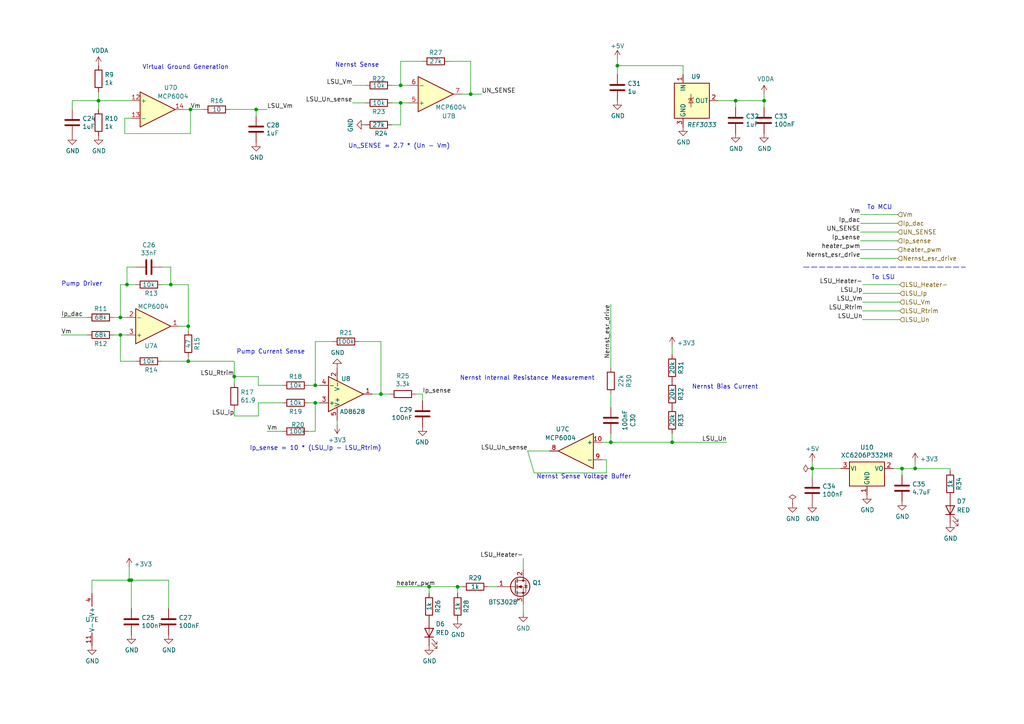
<source format=kicad_sch>
(kicad_sch (version 20211123) (generator eeschema)
  (paper "A4")
  (lib_symbols
    (symbol "Amplifier_Operational:AD8603" (pin_names (offset 0.127))
      (property "Reference" "U" (at 0 5.08 0))
      (property "Value" "AD8603" (at 0 -5.08 0))
      (symbol "AD8603_0_1"
        (polyline (pts (xy -5.08 5.08) (xy 5.08 0) (xy -5.08 -5.08) (xy -5.08 5.08)) (stroke (width 0.254)) (fill (type background)))
        (pin power_in line (at -2.54 -7.62 90) (length 3.81) (name "V-") (number "2"))
        (pin power_in line (at -2.54 7.62 270) (length 3.81) (name "V+") (number "5"))
      )
      (symbol "AD8603_1_1"
        (pin output line (at 7.62 0 180) (length 2.54) (name "~") (number "1"))
        (pin input line (at -7.62 2.54 0) (length 2.54) (name "+") (number "3"))
        (pin input line (at -7.62 -2.54 0) (length 2.54) (name "-") (number "4"))
      )
    )
    (symbol "Amplifier_Operational:MCP6004" (pin_names (offset 0.127))
      (property "Reference" "U" (at 0 5.08 0))
      (property "Value" "MCP6004" (at 0 -5.08 0))
      (symbol "MCP6004_1_1"
        (polyline (pts (xy -5.08 5.08) (xy 5.08 0) (xy -5.08 -5.08) (xy -5.08 5.08)) (stroke (width 0.254)) (fill (type background)))
        (pin output line (at 7.62 0 180) (length 2.54) (name "~") (number "1"))
        (pin input line (at -7.62 -2.54 0) (length 2.54) (name "-") (number "2"))
        (pin input line (at -7.62 2.54 0) (length 2.54) (name "+") (number "3"))
      )
      (symbol "MCP6004_2_1"
        (polyline (pts (xy -5.08 5.08) (xy 5.08 0) (xy -5.08 -5.08) (xy -5.08 5.08)) (stroke (width 0.254)) (fill (type background)))
        (pin input line (at -7.62 2.54 0) (length 2.54) (name "+") (number "5"))
        (pin input line (at -7.62 -2.54 0) (length 2.54) (name "-") (number "6"))
        (pin output line (at 7.62 0 180) (length 2.54) (name "~") (number "7"))
      )
      (symbol "MCP6004_3_1"
        (polyline (pts (xy -5.08 5.08) (xy 5.08 0) (xy -5.08 -5.08) (xy -5.08 5.08)) (stroke (width 0.254)) (fill (type background)))
        (pin input line (at -7.62 2.54 0) (length 2.54) (name "+") (number "10"))
        (pin output line (at 7.62 0 180) (length 2.54) (name "~") (number "8"))
        (pin input line (at -7.62 -2.54 0) (length 2.54) (name "-") (number "9"))
      )
      (symbol "MCP6004_4_1"
        (polyline (pts (xy -5.08 5.08) (xy 5.08 0) (xy -5.08 -5.08) (xy -5.08 5.08)) (stroke (width 0.254)) (fill (type background)))
        (pin input line (at -7.62 2.54 0) (length 2.54) (name "+") (number "12"))
        (pin input line (at -7.62 -2.54 0) (length 2.54) (name "-") (number "13"))
        (pin output line (at 7.62 0 180) (length 2.54) (name "~") (number "14"))
      )
      (symbol "MCP6004_5_1"
        (pin power_in line (at -2.54 -7.62 90) (length 3.81) (name "V-") (number "11"))
        (pin power_in line (at -2.54 7.62 270) (length 3.81) (name "V+") (number "4"))
      )
    )
    (symbol "Device:C" (pin_numbers hide) (pin_names (offset 0.254))
      (property "Reference" "C" (at 0.635 2.54 0))
      (property "Value" "C" (at 0.635 -2.54 0))
      (symbol "C_0_1"
        (polyline (pts (xy -2.032 -0.762) (xy 2.032 -0.762)) (stroke (width 0.508)))
        (polyline (pts (xy -2.032 0.762) (xy 2.032 0.762)) (stroke (width 0.508)))
      )
      (symbol "C_1_1"
        (pin passive line (at 0 3.81 270) (length 2.794) (name "~") (number "1"))
        (pin passive line (at 0 -3.81 90) (length 2.794) (name "~") (number "2"))
      )
    )
    (symbol "Device:LED" (pin_numbers hide) (pin_names (offset 1.016) hide)
      (property "Reference" "D" (at 0 2.54 0))
      (property "Value" "LED" (at 0 -2.54 0))
      (symbol "LED_0_1"
        (polyline (pts (xy -1.27 -1.27) (xy -1.27 1.27)) (stroke (width 0.254)))
        (polyline (pts (xy -1.27 0) (xy 1.27 0)))
        (polyline (pts (xy 1.27 -1.27) (xy 1.27 1.27) (xy -1.27 0) (xy 1.27 -1.27)) (stroke (width 0.254)))
        (polyline (pts (xy -3.048 -0.762) (xy -4.572 -2.286) (xy -3.81 -2.286) (xy -4.572 -2.286) (xy -4.572 -1.524)))
        (polyline (pts (xy -1.778 -0.762) (xy -3.302 -2.286) (xy -2.54 -2.286) (xy -3.302 -2.286) (xy -3.302 -1.524)))
      )
      (symbol "LED_1_1"
        (pin passive line (at -3.81 0 0) (length 2.54) (name "K") (number "1"))
        (pin passive line (at 3.81 0 180) (length 2.54) (name "A") (number "2"))
      )
    )
    (symbol "Device:Q_NMOS_GDS" (pin_names (offset 0) hide)
      (property "Reference" "Q" (at 5.08 1.27 0))
      (property "Value" "Q_NMOS_GDS" (at 5.08 -1.27 0))
      (symbol "Q_NMOS_GDS_0_1"
        (polyline (pts (xy 0.254 0) (xy -2.54 0)))
        (polyline (pts (xy 0.254 1.905) (xy 0.254 -1.905)) (stroke (width 0.254)))
        (polyline (pts (xy 0.762 -1.27) (xy 0.762 -2.286)) (stroke (width 0.254)))
        (polyline (pts (xy 0.762 0.508) (xy 0.762 -0.508)) (stroke (width 0.254)))
        (polyline (pts (xy 0.762 2.286) (xy 0.762 1.27)) (stroke (width 0.254)))
        (polyline (pts (xy 2.54 2.54) (xy 2.54 1.778)))
        (polyline (pts (xy 2.54 -2.54) (xy 2.54 0) (xy 0.762 0)))
        (polyline (pts (xy 0.762 -1.778) (xy 3.302 -1.778) (xy 3.302 1.778) (xy 0.762 1.778)))
        (polyline (pts (xy 1.016 0) (xy 2.032 0.381) (xy 2.032 -0.381) (xy 1.016 0)) (fill (type outline)))
        (polyline (pts (xy 2.794 0.508) (xy 2.921 0.381) (xy 3.683 0.381) (xy 3.81 0.254)))
        (polyline (pts (xy 3.302 0.381) (xy 2.921 -0.254) (xy 3.683 -0.254) (xy 3.302 0.381)))
        (circle (center 1.651 0) (radius 2.794) (stroke (width 0.254)))
        (circle (center 2.54 -1.778) (radius 0.254) (fill (type outline)))
        (circle (center 2.54 1.778) (radius 0.254) (fill (type outline)))
      )
      (symbol "Q_NMOS_GDS_1_1"
        (pin input line (at -5.08 0 0) (length 2.54) (name "G") (number "1"))
        (pin passive line (at 2.54 5.08 270) (length 2.54) (name "D") (number "2"))
        (pin passive line (at 2.54 -5.08 90) (length 2.54) (name "S") (number "3"))
      )
    )
    (symbol "Device:R" (pin_numbers hide) (pin_names (offset 0))
      (property "Reference" "R" (at 2.032 0 90))
      (property "Value" "R" (at 0 0 90))
      (symbol "R_0_1"
        (rectangle (start -1.016 -2.54) (end 1.016 2.54) (stroke (width 0.254)))
      )
      (symbol "R_1_1"
        (pin passive line (at 0 3.81 270) (length 1.27) (name "~") (number "1"))
        (pin passive line (at 0 -3.81 90) (length 1.27) (name "~") (number "2"))
      )
    )
    (symbol "Reference_Voltage:REF3033" (pin_names (offset 0.254))
      (property "Reference" "U" (at 0 6.35 0))
      (property "Value" "REF3033" (at 2.54 -6.35 0))
      (symbol "REF3033_0_1"
        (rectangle (start -5.08 5.08) (end 5.08 -5.08) (stroke (width 0.254)) (fill (type background)))
        (polyline (pts (xy -0.254 1.905) (xy -0.254 -1.905)))
        (polyline (pts (xy -0.889 -0.635) (xy 0.381 -0.635) (xy -0.254 0.635) (xy -0.889 -0.635)))
        (polyline (pts (xy 0.381 1.016) (xy 0.381 0.635) (xy -0.889 0.635) (xy -0.889 0.254)))
      )
      (symbol "REF3033_1_1"
        (pin power_in line (at -2.54 7.62 270) (length 2.54) (name "IN") (number "1"))
        (pin power_out line (at 7.62 0 180) (length 2.54) (name "OUT") (number "2"))
        (pin power_in line (at -2.54 -7.62 90) (length 2.54) (name "GND") (number "3"))
      )
    )
    (symbol "Regulator_Linear:XC6206PxxxMR" (pin_names (offset 0.254))
      (property "Reference" "U" (at -3.81 3.175 0))
      (property "Value" "XC6206PxxxMR" (at 0 3.175 0))
      (symbol "XC6206PxxxMR_0_1"
        (rectangle (start -5.08 1.905) (end 5.08 -5.08) (stroke (width 0.254)) (fill (type background)))
      )
      (symbol "XC6206PxxxMR_1_1"
        (pin power_in line (at 0 -7.62 90) (length 2.54) (name "GND") (number "1"))
        (pin power_out line (at 7.62 0 180) (length 2.54) (name "VO") (number "2"))
        (pin power_in line (at -7.62 0 0) (length 2.54) (name "VI") (number "3"))
      )
    )
    (symbol "power:+3V3" (power) (pin_names (offset 0))
      (property "Value" "+3V3" (at 0 3.556 0))
      (symbol "+3V3_0_1"
        (polyline (pts (xy -0.762 1.27) (xy 0 2.54)))
        (polyline (pts (xy 0 0) (xy 0 2.54)))
        (polyline (pts (xy 0 2.54) (xy 0.762 1.27)))
      )
      (symbol "+3V3_1_1"
        (pin power_in line (at 0 0 90) (length 0) hide (name "+3V3") (number "1"))
      )
    )
    (symbol "power:+5V" (power) (pin_names (offset 0))
      (property "Value" "+5V" (at 0 3.556 0))
      (symbol "+5V_0_1"
        (polyline (pts (xy -0.762 1.27) (xy 0 2.54)))
        (polyline (pts (xy 0 0) (xy 0 2.54)))
        (polyline (pts (xy 0 2.54) (xy 0.762 1.27)))
      )
      (symbol "+5V_1_1"
        (pin power_in line (at 0 0 90) (length 0) hide (name "+5V") (number "1"))
      )
    )
    (symbol "power:GND" (power) (pin_names (offset 0))
      (property "Value" "GND" (at 0 -3.81 0))
      (symbol "GND_0_1"
        (polyline (pts (xy 0 0) (xy 0 -1.27) (xy 1.27 -1.27) (xy 0 -2.54) (xy -1.27 -1.27) (xy 0 -1.27)))
      )
      (symbol "GND_1_1"
        (pin power_in line (at 0 0 270) (length 0) hide (name "GND") (number "1"))
      )
    )
    (symbol "power:PWR_FLAG" (power) (pin_numbers hide) (pin_names (offset 0) hide)
      (property "Value" "PWR_FLAG" (at 0 3.81 0))
      (symbol "PWR_FLAG_0_0"
        (pin power_out line (at 0 0 90) (length 0) (name "pwr") (number "1"))
      )
      (symbol "PWR_FLAG_0_1"
        (polyline (pts (xy 0 0) (xy 0 1.27) (xy -1.016 1.905) (xy 0 2.54) (xy 1.016 1.905) (xy 0 1.27)))
      )
    )
    (symbol "power:VDDA" (power) (pin_names (offset 0))
      (property "Value" "VDDA" (at 0 3.81 0))
      (symbol "VDDA_0_1"
        (polyline (pts (xy -0.762 1.27) (xy 0 2.54)))
        (polyline (pts (xy 0 0) (xy 0 2.54)))
        (polyline (pts (xy 0 2.54) (xy 0.762 1.27)))
      )
      (symbol "VDDA_1_1"
        (pin power_in line (at 0 0 90) (length 0) hide (name "VDDA") (number "1"))
      )
    )
  )
  (junction (at 54.61 104.775))
  (junction (at 36.83 82.55))
  (junction (at 110.49 114.3))
  (junction (at 265.43 135.89))
  (junction (at 74.295 31.75))
  (junction (at 91.44 116.84))
  (junction (at 116.205 29.845))
  (junction (at 54.61 94.615))
  (junction (at 49.53 82.55))
  (junction (at 124.46 170.18))
  (junction (at 136.525 27.305))
  (junction (at 235.585 135.89))
  (junction (at 67.945 109.22))
  (junction (at 116.205 24.765))
  (junction (at 28.575 29.21))
  (junction (at 194.945 128.27))
  (junction (at 34.925 97.155))
  (junction (at 177.165 128.27))
  (junction (at 38.1 168.275))
  (junction (at 91.44 111.76))
  (junction (at 221.615 29.21))
  (junction (at 34.925 92.075))
  (junction (at 213.36 29.21))
  (junction (at 55.245 31.75))
  (junction (at 179.07 19.05))
  (junction (at 37.465 168.275))
  (junction (at 132.715 170.18))
  (junction (at 261.62 135.89))
  (wire (pts (xy 116.205 24.765) (xy 116.205 17.78)))
  (wire (pts (xy 275.59 135.89) (xy 275.59 136.525)))
  (wire (pts (xy 91.44 99.06) (xy 91.44 111.76)))
  (wire (pts (xy 37.465 168.275) (xy 26.67 168.275)))
  (wire (pts (xy 235.585 133.985) (xy 235.585 135.89)))
  (wire (pts (xy 198.12 19.05) (xy 179.07 19.05)))
  (wire (pts (xy 48.895 168.275) (xy 38.1 168.275)))
  (wire (pts (xy 33.02 92.075) (xy 34.925 92.075)))
  (wire (pts (xy 177.165 88.265) (xy 177.165 106.68)))
  (wire (pts (xy 144.145 170.18) (xy 141.605 170.18)))
  (wire (pts (xy 177.165 128.27) (xy 194.945 128.27)))
  (wire (pts (xy 38.1 34.29) (xy 36.195 34.29)))
  (wire (pts (xy 151.765 175.26) (xy 151.765 177.8)))
  (wire (pts (xy 235.585 135.89) (xy 235.585 138.43)))
  (wire (pts (xy 249.555 62.23) (xy 260.35 62.23)))
  (wire (pts (xy 39.37 104.775) (xy 34.925 104.775)))
  (wire (pts (xy 250.19 92.71) (xy 260.985 92.71)))
  (wire (pts (xy 96.52 99.06) (xy 91.44 99.06)))
  (wire (pts (xy 28.575 29.21) (xy 28.575 31.75)))
  (wire (pts (xy 54.61 82.55) (xy 54.61 94.615)))
  (wire (pts (xy 133.985 170.18) (xy 132.715 170.18)))
  (wire (pts (xy 91.44 111.76) (xy 92.71 111.76)))
  (wire (pts (xy 49.53 77.47) (xy 49.53 82.55)))
  (wire (pts (xy 250.19 87.63) (xy 260.985 87.63)))
  (wire (pts (xy 261.62 137.795) (xy 261.62 135.89)))
  (wire (pts (xy 175.895 133.35) (xy 174.625 133.35)))
  (wire (pts (xy 89.535 125.095) (xy 91.44 125.095)))
  (wire (pts (xy 46.99 82.55) (xy 49.53 82.55)))
  (wire (pts (xy 260.35 72.39) (xy 249.555 72.39)))
  (wire (pts (xy 243.84 135.89) (xy 235.585 135.89)))
  (wire (pts (xy 139.7 27.305) (xy 136.525 27.305)))
  (wire (pts (xy 249.555 74.93) (xy 260.35 74.93)))
  (wire (pts (xy 34.925 82.55) (xy 36.83 82.55)))
  (wire (pts (xy 74.93 111.76) (xy 81.915 111.76)))
  (wire (pts (xy 67.945 104.775) (xy 67.945 109.22)))
  (wire (pts (xy 34.925 82.55) (xy 34.925 92.075)))
  (wire (pts (xy 20.955 31.75) (xy 20.955 29.21)))
  (wire (pts (xy 110.49 114.3) (xy 107.95 114.3)))
  (wire (pts (xy 113.665 29.845) (xy 116.205 29.845)))
  (wire (pts (xy 20.955 29.21) (xy 28.575 29.21)))
  (wire (pts (xy 221.615 29.21) (xy 221.615 31.115)))
  (wire (pts (xy 54.61 95.885) (xy 54.61 94.615)))
  (wire (pts (xy 118.745 24.765) (xy 116.205 24.765)))
  (wire (pts (xy 28.575 26.67) (xy 28.575 29.21)))
  (wire (pts (xy 260.35 67.31) (xy 249.555 67.31)))
  (wire (pts (xy 54.61 94.615) (xy 52.07 94.615)))
  (wire (pts (xy 91.44 116.84) (xy 92.71 116.84)))
  (wire (pts (xy 77.47 125.095) (xy 81.915 125.095)))
  (wire (pts (xy 260.985 85.09) (xy 250.19 85.09)))
  (wire (pts (xy 67.945 109.22) (xy 74.93 109.22)))
  (wire (pts (xy 17.78 92.075) (xy 25.4 92.075)))
  (wire (pts (xy 250.19 82.55) (xy 260.985 82.55)))
  (wire (pts (xy 130.175 17.78) (xy 136.525 17.78)))
  (wire (pts (xy 102.235 29.845) (xy 106.045 29.845)))
  (wire (pts (xy 194.945 128.27) (xy 210.82 128.27)))
  (wire (pts (xy 89.535 116.84) (xy 91.44 116.84)))
  (wire (pts (xy 17.78 97.155) (xy 25.4 97.155)))
  (wire (pts (xy 33.02 97.155) (xy 34.925 97.155)))
  (polyline (pts (xy 233.045 77.47) (xy 280.035 77.47)))
  (wire (pts (xy 174.625 128.27) (xy 177.165 128.27)))
  (wire (pts (xy 151.765 165.1) (xy 151.765 161.925)))
  (wire (pts (xy 74.295 31.75) (xy 66.675 31.75)))
  (wire (pts (xy 122.555 116.205) (xy 122.555 114.3)))
  (wire (pts (xy 153.035 130.81) (xy 159.385 130.81)))
  (wire (pts (xy 36.195 38.735) (xy 55.245 38.735)))
  (wire (pts (xy 36.195 34.29) (xy 36.195 38.735)))
  (wire (pts (xy 177.165 118.11) (xy 177.165 114.3)))
  (wire (pts (xy 110.49 114.3) (xy 113.03 114.3)))
  (wire (pts (xy 179.07 21.59) (xy 179.07 19.05)))
  (wire (pts (xy 221.615 27.305) (xy 221.615 29.21)))
  (wire (pts (xy 39.37 77.47) (xy 36.83 77.47)))
  (wire (pts (xy 110.49 99.06) (xy 110.49 114.3)))
  (wire (pts (xy 38.1 168.275) (xy 37.465 168.275)))
  (wire (pts (xy 91.44 116.84) (xy 91.44 125.095)))
  (wire (pts (xy 67.945 118.745) (xy 67.945 120.65)))
  (wire (pts (xy 265.43 135.89) (xy 275.59 135.89)))
  (wire (pts (xy 116.205 17.78) (xy 122.555 17.78)))
  (wire (pts (xy 249.555 64.77) (xy 260.35 64.77)))
  (wire (pts (xy 136.525 27.305) (xy 133.985 27.305)))
  (wire (pts (xy 36.83 77.47) (xy 36.83 82.55)))
  (wire (pts (xy 59.055 31.75) (xy 55.245 31.75)))
  (wire (pts (xy 213.36 29.21) (xy 213.36 31.115)))
  (wire (pts (xy 132.715 170.18) (xy 132.715 172.085)))
  (wire (pts (xy 77.47 31.75) (xy 74.295 31.75)))
  (wire (pts (xy 122.555 114.3) (xy 120.65 114.3)))
  (wire (pts (xy 46.99 77.47) (xy 49.53 77.47)))
  (wire (pts (xy 36.83 82.55) (xy 39.37 82.55)))
  (wire (pts (xy 34.925 92.075) (xy 36.83 92.075)))
  (wire (pts (xy 265.43 133.985) (xy 265.43 135.89)))
  (wire (pts (xy 116.205 29.845) (xy 118.745 29.845)))
  (wire (pts (xy 28.575 29.21) (xy 38.1 29.21)))
  (wire (pts (xy 136.525 17.78) (xy 136.525 27.305)))
  (wire (pts (xy 194.945 100.33) (xy 194.945 102.87)))
  (wire (pts (xy 175.895 137.16) (xy 175.895 133.35)))
  (wire (pts (xy 74.93 116.84) (xy 74.93 120.65)))
  (wire (pts (xy 154.94 137.16) (xy 175.895 137.16)))
  (wire (pts (xy 261.62 135.89) (xy 259.08 135.89)))
  (wire (pts (xy 81.915 116.84) (xy 74.93 116.84)))
  (wire (pts (xy 54.61 104.775) (xy 54.61 103.505)))
  (wire (pts (xy 208.28 29.21) (xy 213.36 29.21)))
  (wire (pts (xy 48.895 176.53) (xy 48.895 168.275)))
  (wire (pts (xy 124.46 170.18) (xy 132.715 170.18)))
  (wire (pts (xy 89.535 111.76) (xy 91.44 111.76)))
  (wire (pts (xy 116.205 24.765) (xy 113.665 24.765)))
  (wire (pts (xy 49.53 82.55) (xy 54.61 82.55)))
  (wire (pts (xy 55.245 31.75) (xy 53.34 31.75)))
  (wire (pts (xy 34.925 97.155) (xy 36.83 97.155)))
  (wire (pts (xy 97.79 121.92) (xy 97.79 123.19)))
  (wire (pts (xy 26.67 168.275) (xy 26.67 172.085)))
  (wire (pts (xy 213.36 29.21) (xy 221.615 29.21)))
  (wire (pts (xy 116.205 36.195) (xy 113.665 36.195)))
  (wire (pts (xy 74.93 109.22) (xy 74.93 111.76)))
  (wire (pts (xy 104.14 99.06) (xy 110.49 99.06)))
  (wire (pts (xy 67.945 111.125) (xy 67.945 109.22)))
  (wire (pts (xy 249.555 69.85) (xy 260.35 69.85)))
  (wire (pts (xy 37.465 164.465) (xy 37.465 168.275)))
  (wire (pts (xy 194.945 125.73) (xy 194.945 128.27)))
  (wire (pts (xy 260.985 90.17) (xy 250.19 90.17)))
  (wire (pts (xy 38.1 176.53) (xy 38.1 168.275)))
  (wire (pts (xy 74.295 33.655) (xy 74.295 31.75)))
  (wire (pts (xy 179.07 19.05) (xy 179.07 17.145)))
  (wire (pts (xy 46.99 104.775) (xy 54.61 104.775)))
  (wire (pts (xy 74.93 120.65) (xy 67.945 120.65)))
  (wire (pts (xy 153.035 130.81) (xy 154.94 137.16)))
  (wire (pts (xy 34.925 104.775) (xy 34.925 97.155)))
  (wire (pts (xy 116.205 36.195) (xy 116.205 29.845)))
  (wire (pts (xy 198.12 21.59) (xy 198.12 19.05)))
  (wire (pts (xy 102.235 24.765) (xy 106.045 24.765)))
  (wire (pts (xy 54.61 104.775) (xy 67.945 104.775)))
  (wire (pts (xy 265.43 135.89) (xy 261.62 135.89)))
  (wire (pts (xy 114.935 170.18) (xy 124.46 170.18)))
  (wire (pts (xy 177.165 128.27) (xy 177.165 125.73)))
  (wire (pts (xy 55.245 38.735) (xy 55.245 31.75)))
  (wire (pts (xy 124.46 172.085) (xy 124.46 170.18)))
  (text "Nernst Sense" (at 97.155 19.685 0) (effects (font (size 1.27 1.27)) (justify left bottom)))
  (text "Nernst Internal Resistance Measurement" (at 133.35 110.49 0) (effects (font (size 1.27 1.27)) (justify left bottom)))
  (text "Virtual Ground Generation" (at 41.275 20.32 0) (effects (font (size 1.27 1.27)) (justify left bottom)))
  (text "To LSU" (at 252.73 81.28 0) (effects (font (size 1.27 1.27)) (justify left bottom)))
  (text "Nernst Sense Voltage Buffer" (at 155.575 139.065 0) (effects (font (size 1.27 1.27)) (justify left bottom)))
  (text "Nernst Bias Current" (at 200.66 113.03 0) (effects (font (size 1.27 1.27)) (justify left bottom)))
  (text "Pump Driver" (at 17.78 83.185 0) (effects (font (size 1.27 1.27)) (justify left bottom)))
  (text "Ip_sense = 10 * (LSU_Ip - LSU_Rtrim)" (at 72.39 130.81 0) (effects (font (size 1.27 1.27)) (justify left bottom)))
  (text "To MCU" (at 251.46 60.96 0) (effects (font (size 1.27 1.27)) (justify left bottom)))
  (text "Un_SENSE = 2.7 * (Un - Vm)" (at 100.965 43.18 0) (effects (font (size 1.27 1.27)) (justify left bottom)))
  (text "Pump Current Sense" (at 68.58 102.87 0) (effects (font (size 1.27 1.27)) (justify left bottom)))
  (label "Vm" (at 55.245 31.75 0))
  (label "LSU_Un" (at 210.82 128.27 180))
  (label "LSU_Ip" (at 67.945 120.65 180))
  (label "heater_pwm" (at 249.555 72.39 180))
  (label "Ip_dac" (at 249.555 64.77 180))
  (label "LSU_Rtrim" (at 250.19 90.17 180))
  (label "Nernst_esr_drive" (at 249.555 74.93 180))
  (label "UN_SENSE" (at 139.7 27.305 0))
  (label "Ip_sense" (at 249.555 69.85 180))
  (label "Ip_sense" (at 122.555 114.3 0))
  (label "LSU_Un" (at 250.19 92.71 180))
  (label "LSU_Rtrim" (at 67.945 109.22 180))
  (label "Vm" (at 17.78 97.155 0))
  (label "LSU_Vm" (at 77.47 31.75 0))
  (label "LSU_Vm" (at 250.19 87.63 180))
  (label "LSU_Ip" (at 250.19 85.09 180))
  (label "Vm" (at 77.47 125.095 0))
  (label "LSU_Heater-" (at 151.765 161.925 180))
  (label "LSU_Un_sense" (at 102.235 29.845 180))
  (label "Ip_dac" (at 17.78 92.075 0))
  (label "LSU_Heater-" (at 250.19 82.55 180))
  (label "heater_pwm" (at 114.935 170.18 0))
  (label "UN_SENSE" (at 249.555 67.31 180))
  (label "Vm" (at 249.555 62.23 180))
  (label "LSU_Vm" (at 102.235 24.765 180))
  (label "Nernst_esr_drive" (at 177.165 88.265 270))
  (label "LSU_Un_sense" (at 153.035 130.81 180))
  (hierarchical_label "UN_SENSE" (shape input) (at 260.35 67.31 0))
  (hierarchical_label "LSU_Vm" (shape input) (at 260.985 87.63 0))
  (hierarchical_label "Ip_sense" (shape input) (at 260.35 69.85 0))
  (hierarchical_label "LSU_Un" (shape input) (at 260.985 92.71 0))
  (hierarchical_label "Ip_dac" (shape input) (at 260.35 64.77 0))
  (hierarchical_label "Nernst_esr_drive" (shape input) (at 260.35 74.93 0))
  (hierarchical_label "heater_pwm" (shape input) (at 260.35 72.39 0))
  (hierarchical_label "LSU_Rtrim" (shape input) (at 260.985 90.17 0))
  (hierarchical_label "Vm" (shape input) (at 260.35 62.23 0))
  (hierarchical_label "LSU_Heater-" (shape input) (at 260.985 82.55 0))
  (hierarchical_label "LSU_Ip" (shape input) (at 260.985 85.09 0))
  (symbol (lib_id "power:GND") (at 179.07 29.21 0) (unit 1)
    (property "Reference" "#PWR055" (effects hide))
    (property "Value" "GND" (at 179.197 33.6042 0))
  )
  (symbol (lib_id "power:GND") (at 20.955 39.37 0) (unit 1)
    (property "Reference" "#PWR039" (effects hide))
    (property "Value" "GND" (at 21.082 43.7642 0))
  )
  (symbol (lib_id "Reference_Voltage:REF3033") (at 200.66 29.21 0) (unit 1)
    (property "Reference" "U9" (at 203.2 22.225 0) (effects (justify right)))
    (property "Value" "REF3033" (at 207.645 36.195 0) (effects (font italic) (justify right)))
    (property "Footprint" "Package_TO_SOT_SMD:SOT-23" (effects hide))
    (property "Datasheet" "http://www.ti.com/lit/ds/symlink/ref3033.pdf" (effects hide))
    (property "LCSC" "C36658" (effects hide))
  )
  (symbol (lib_id "Amplifier_Operational:MCP6004") (at 167.005 130.81 0) (mirror y) (unit 3)
    (property "Reference" "U7" (at 163.195 124.46 0))
    (property "Value" "MCP6004" (at 162.56 127 0))
    (property "Footprint" "Package_SO:TSSOP-14_4.4x5mm_P0.65mm" (effects hide))
    (property "Datasheet" "http://ww1.microchip.com/downloads/en/DeviceDoc/21733j.pdf" (effects hide))
    (property "LCSC" "C50282" (effects hide))
  )
  (symbol (lib_id "power:GND") (at 97.79 106.68 0) (mirror x) (unit 1)
    (property "Reference" "#PWR047" (effects hide))
    (property "Value" "GND" (at 97.917 102.2858 0))
  )
  (symbol (lib_id "Device:LED") (at 124.46 183.515 90) (unit 1)
    (property "Reference" "D6" (at 126.365 180.975 90) (effects (justify right)))
    (property "Value" "RED" (at 126.365 183.515 90) (effects (justify right)))
    (property "Footprint" "LED_SMD:LED_0603_1608Metric" (effects hide))
    (property "LCSC" "C2286" (effects hide))
  )
  (symbol (lib_id "Regulator_Linear:XC6206PxxxMR") (at 251.46 135.89 0) (unit 1)
    (property "Reference" "U10" (at 251.46 129.7432 0))
    (property "Value" "XC6206P332MR" (at 251.46 132.0546 0))
    (property "Footprint" "Package_TO_SOT_SMD:SOT-23" (effects hide))
    (property "Datasheet" "https://www.torexsemi.com/file/xc6206/XC6206.pdf" (effects hide))
    (property "LCSC" "C5446" (effects hide))
  )
  (symbol (lib_id "power:GND") (at 28.575 39.37 0) (unit 1)
    (property "Reference" "#PWR042" (effects hide))
    (property "Value" "GND" (at 28.702 43.7642 0))
  )
  (symbol (lib_id "Device:R") (at 29.21 92.075 90) (unit 1)
    (property "Reference" "R11" (at 29.21 89.535 90))
    (property "Value" "68k" (at 29.21 92.075 90))
    (property "Footprint" "Resistor_SMD:R_0603_1608Metric" (effects hide))
    (property "LCSC" "C36871" (effects hide))
  )
  (symbol (lib_id "Device:C") (at 38.1 180.34 0) (unit 1)
    (property "Reference" "C25" (at 41.021 179.1716 0) (effects (justify left)))
    (property "Value" "100nF" (at 41.021 181.483 0) (effects (justify left)))
    (property "Footprint" "Resistor_SMD:R_0603_1608Metric" (effects hide))
    (property "LCSC" "C1525" (effects hide))
  )
  (symbol (lib_id "power:GND") (at 74.295 41.275 0) (unit 1)
    (property "Reference" "#PWR046" (effects hide))
    (property "Value" "GND" (at 74.422 45.6692 0))
  )
  (symbol (lib_id "Device:R") (at 28.575 35.56 0) (unit 1)
    (property "Reference" "R10" (at 30.353 34.3916 0) (effects (justify left)))
    (property "Value" "1k" (at 30.353 36.703 0) (effects (justify left)))
    (property "Footprint" "Resistor_SMD:R_0603_1608Metric" (effects hide))
    (property "LCSC" "C11702" (effects hide))
  )
  (symbol (lib_id "power:GND") (at 124.46 187.325 0) (unit 1)
    (property "Reference" "#PWR051" (effects hide))
    (property "Value" "GND" (at 124.587 191.7192 0))
  )
  (symbol (lib_id "Device:R") (at 137.795 170.18 270) (unit 1)
    (property "Reference" "R29" (at 137.795 167.64 90))
    (property "Value" "1k" (at 137.795 170.18 90))
    (property "Footprint" "Resistor_SMD:R_0603_1608Metric" (effects hide))
    (property "LCSC" "C11702" (effects hide))
  )
  (symbol (lib_id "Device:R") (at 54.61 99.695 180) (unit 1)
    (property "Reference" "R15" (at 57.15 99.695 90))
    (property "Value" "47" (at 54.61 99.695 90))
    (property "Footprint" "Resistor_SMD:R_0603_1608Metric" (effects hide))
    (property "LCSC" "C25118" (effects hide))
  )
  (symbol (lib_id "power:+3V3") (at 97.79 123.19 180) (unit 1)
    (property "Reference" "#PWR048" (effects hide))
    (property "Value" "+3V3" (at 97.79 127.6334 0))
  )
  (symbol (lib_id "Device:R") (at 43.18 104.775 270) (unit 1)
    (property "Reference" "R14" (at 41.91 107.315 90) (effects (justify left)))
    (property "Value" "10k" (at 41.275 104.775 90) (effects (justify left)))
    (property "Footprint" "Resistor_SMD:R_0603_1608Metric" (effects hide))
    (property "LCSC" "C25744" (effects hide))
  )
  (symbol (lib_id "power:VDDA") (at 28.575 19.05 0) (unit 1)
    (property "Reference" "#PWR041" (effects hide))
    (property "Value" "VDDA" (at 29.0068 14.6558 0))
  )
  (symbol (lib_id "Device:C") (at 177.165 121.92 180) (unit 1)
    (property "Reference" "C30" (at 183.5658 121.92 90))
    (property "Value" "100nF" (at 181.2544 121.92 90))
    (property "Footprint" "Resistor_SMD:R_0603_1608Metric" (effects hide))
    (property "LCSC" "C1525" (effects hide))
  )
  (symbol (lib_id "power:GND") (at 106.045 36.195 270) (unit 1)
    (property "Reference" "#PWR049" (effects hide))
    (property "Value" "GND" (at 101.6508 36.322 0))
  )
  (symbol (lib_id "Device:R") (at 85.725 116.84 270) (unit 1)
    (property "Reference" "R19" (at 85.725 119.38 90))
    (property "Value" "10k" (at 85.725 116.84 90))
    (property "Footprint" "Resistor_SMD:R_0603_1608Metric" (effects hide))
    (property "LCSC" "C25744" (effects hide))
  )
  (symbol (lib_id "Device:C") (at 213.36 34.925 0) (unit 1)
    (property "Reference" "C32" (at 216.281 33.7566 0) (effects (justify left)))
    (property "Value" "1uF" (at 216.281 36.068 0) (effects (justify left)))
    (property "Footprint" "Resistor_SMD:R_0603_1608Metric" (effects hide))
    (property "LCSC" "C52923" (effects hide))
  )
  (symbol (lib_id "power:GND") (at 251.46 143.51 0) (unit 1)
    (property "Reference" "#PWR064" (effects hide))
    (property "Value" "GND" (at 251.587 147.9042 0))
  )
  (symbol (lib_id "Device:C") (at 179.07 25.4 0) (unit 1)
    (property "Reference" "C31" (at 181.991 24.2316 0) (effects (justify left)))
    (property "Value" "1u" (at 181.991 26.543 0) (effects (justify left)))
    (property "Footprint" "Resistor_SMD:R_0603_1608Metric" (effects hide))
    (property "LCSC" "C52923" (effects hide))
  )
  (symbol (lib_id "Device:C") (at 221.615 34.925 0) (unit 1)
    (property "Reference" "C33" (at 224.536 33.7566 0) (effects (justify left)))
    (property "Value" "100nF" (at 224.536 36.068 0) (effects (justify left)))
    (property "Footprint" "Resistor_SMD:R_0603_1608Metric" (effects hide))
    (property "LCSC" "C1525" (effects hide))
  )
  (symbol (lib_id "Device:R") (at 116.84 114.3 90) (mirror x) (unit 1)
    (property "Reference" "R25" (at 116.84 109.0422 90))
    (property "Value" "3.3k" (at 116.84 111.3536 90))
    (property "Footprint" "Resistor_SMD:R_0603_1608Metric" (effects hide))
    (property "LCSC" "C25890" (effects hide))
  )
  (symbol (lib_id "power:+5V") (at 179.07 17.145 0) (unit 1)
    (property "Reference" "#PWR054" (effects hide))
    (property "Value" "+5V" (at 179.07 13.335 0))
  )
  (symbol (lib_id "power:GND") (at 151.765 177.8 0) (unit 1)
    (property "Reference" "#PWR053" (effects hide))
    (property "Value" "GND" (at 151.765 182.245 0))
  )
  (symbol (lib_id "Amplifier_Operational:MCP6004") (at 126.365 27.305 0) (mirror x) (unit 2)
    (property "Reference" "U7" (at 130.175 33.655 0))
    (property "Value" "MCP6004" (at 130.81 31.115 0))
    (property "Footprint" "Package_SO:TSSOP-14_4.4x5mm_P0.65mm" (effects hide))
    (property "Datasheet" "http://ww1.microchip.com/downloads/en/DeviceDoc/21733j.pdf" (effects hide))
    (property "LCSC" "C50282" (effects hide))
  )
  (symbol (lib_id "Device:R") (at 29.21 97.155 270) (unit 1)
    (property "Reference" "R12" (at 29.21 99.695 90))
    (property "Value" "68k" (at 29.21 97.155 90))
    (property "Footprint" "Resistor_SMD:R_0603_1608Metric" (effects hide))
    (property "LCSC" "C36871" (effects hide))
  )
  (symbol (lib_id "Device:R") (at 85.725 111.76 270) (unit 1)
    (property "Reference" "R18" (at 85.725 109.22 90))
    (property "Value" "10k" (at 85.725 111.76 90))
    (property "Footprint" "Resistor_SMD:R_0603_1608Metric" (effects hide))
    (property "LCSC" "C25744" (effects hide))
  )
  (symbol (lib_id "Device:R") (at 109.855 24.765 90) (unit 1)
    (property "Reference" "R22" (at 109.855 22.86 90))
    (property "Value" "10k" (at 109.855 24.765 90))
    (property "Footprint" "Resistor_SMD:R_0603_1608Metric" (effects hide))
    (property "LCSC" "C25744" (effects hide))
  )
  (symbol (lib_id "Device:R") (at 194.945 114.3 180) (unit 1)
    (property "Reference" "R32" (at 197.485 114.3 90))
    (property "Value" "20k" (at 194.945 114.3 90))
    (property "Footprint" "Resistor_SMD:R_0603_1608Metric" (effects hide))
    (property "LCSC" "C25765" (effects hide))
  )
  (symbol (lib_id "power:GND") (at 275.59 151.765 0) (unit 1)
    (property "Reference" "#PWR067" (effects hide))
    (property "Value" "GND" (at 275.717 156.1592 0))
  )
  (symbol (lib_id "Device:C") (at 235.585 142.24 0) (unit 1)
    (property "Reference" "C34" (at 238.506 141.0716 0) (effects (justify left)))
    (property "Value" "100nF" (at 238.506 143.383 0) (effects (justify left)))
    (property "Footprint" "Resistor_SMD:R_0603_1608Metric" (effects hide))
    (property "LCSC" "C1525" (effects hide))
  )
  (symbol (lib_id "power:VDDA") (at 221.615 27.305 0) (unit 1)
    (property "Reference" "#PWR059" (effects hide))
    (property "Value" "VDDA" (at 222.0468 22.9108 0))
  )
  (symbol (lib_id "Amplifier_Operational:MCP6004") (at 44.45 94.615 0) (mirror x) (unit 1)
    (property "Reference" "U7" (at 43.815 100.33 0))
    (property "Value" "MCP6004" (at 44.45 88.9 0))
    (property "Footprint" "Package_SO:TSSOP-14_4.4x5mm_P0.65mm" (effects hide))
    (property "Datasheet" "http://ww1.microchip.com/downloads/en/DeviceDoc/21733j.pdf" (effects hide))
    (property "LCSC" "C50282" (effects hide))
  )
  (symbol (lib_id "power:+3V3") (at 265.43 133.985 0) (unit 1)
    (property "Reference" "#PWR066" (effects hide))
    (property "Value" "+3V3" (at 266.827 133.1488 0) (effects (justify left)))
  )
  (symbol (lib_id "Device:C") (at 74.295 37.465 0) (unit 1)
    (property "Reference" "C28" (at 77.216 36.2966 0) (effects (justify left)))
    (property "Value" "1uF" (at 77.216 38.608 0) (effects (justify left)))
    (property "Footprint" "Resistor_SMD:R_0603_1608Metric" (effects hide))
    (property "LCSC" "C52923" (effects hide))
  )
  (symbol (lib_id "Amplifier_Operational:MCP6004") (at 29.21 179.705 0) (unit 5)
    (property "Reference" "U7" (at 26.67 179.705 0))
    (property "Value" "MCP6004" (effects hide))
    (property "Footprint" "Package_SO:TSSOP-14_4.4x5mm_P0.65mm" (effects hide))
    (property "Datasheet" "http://ww1.microchip.com/downloads/en/DeviceDoc/21733j.pdf" (effects hide))
    (property "LCSC" "C50282" (effects hide))
  )
  (symbol (lib_id "Device:C") (at 20.955 35.56 0) (unit 1)
    (property "Reference" "C24" (at 23.876 34.3916 0) (effects (justify left)))
    (property "Value" "1uF" (at 23.876 36.703 0) (effects (justify left)))
    (property "Footprint" "Resistor_SMD:R_0603_1608Metric" (effects hide))
    (property "LCSC" "C52923" (effects hide))
  )
  (symbol (lib_id "power:PWR_FLAG") (at 235.585 135.89 90) (unit 1)
    (property "Reference" "#FLG02" (effects hide))
    (property "Value" "PWR_FLAG" (effects hide))
  )
  (symbol (lib_id "Device:R") (at 109.855 29.845 90) (unit 1)
    (property "Reference" "R23" (at 109.855 32.385 90))
    (property "Value" "10k" (at 109.855 29.845 90))
    (property "Footprint" "Resistor_SMD:R_0603_1608Metric" (effects hide))
    (property "LCSC" "C25744" (effects hide))
  )
  (symbol (lib_id "Device:R") (at 67.945 114.935 0) (unit 1)
    (property "Reference" "R17" (at 69.723 113.7666 0) (effects (justify left)))
    (property "Value" "61.9" (at 69.723 116.078 0) (effects (justify left)))
    (property "Footprint" "Resistor_SMD:R_0603_1608Metric" (effects hide))
    (property "LCSC" "C23092" (effects hide))
  )
  (symbol (lib_id "Device:R") (at 124.46 175.895 180) (unit 1)
    (property "Reference" "R26" (at 127 175.895 90))
    (property "Value" "1k" (at 124.46 175.895 90))
    (property "Footprint" "Resistor_SMD:R_0603_1608Metric" (effects hide))
    (property "LCSC" "C11702" (effects hide))
  )
  (symbol (lib_id "Device:R") (at 85.725 125.095 270) (unit 1)
    (property "Reference" "R20" (at 84.455 123.19 90) (effects (justify left)))
    (property "Value" "100k" (at 83.82 125.095 90) (effects (justify left)))
    (property "Footprint" "Resistor_SMD:R_0603_1608Metric" (effects hide))
    (property "LCSC" "C25741" (effects hide))
  )
  (symbol (lib_id "power:GND") (at 221.615 38.735 0) (unit 1)
    (property "Reference" "#PWR060" (effects hide))
    (property "Value" "GND" (at 221.742 43.1292 0))
  )
  (symbol (lib_id "power:GND") (at 26.67 187.325 0) (unit 1)
    (property "Reference" "#PWR040" (effects hide))
    (property "Value" "GND" (at 26.797 191.7192 0))
  )
  (symbol (lib_id "Device:C") (at 122.555 120.015 0) (mirror y) (unit 1)
    (property "Reference" "C29" (at 119.634 118.8466 0) (effects (justify left)))
    (property "Value" "100nF" (at 119.634 121.158 0) (effects (justify left)))
    (property "Footprint" "Resistor_SMD:R_0603_1608Metric" (effects hide))
    (property "LCSC" "C1525" (effects hide))
  )
  (symbol (lib_id "power:GND") (at 38.1 184.15 0) (unit 1)
    (property "Reference" "#PWR044" (effects hide))
    (property "Value" "GND" (at 38.227 188.5442 0))
  )
  (symbol (lib_id "Device:R") (at 100.33 99.06 270) (unit 1)
    (property "Reference" "R21" (at 100.33 96.52 90))
    (property "Value" "100k" (at 100.33 99.06 90))
    (property "Footprint" "Resistor_SMD:R_0603_1608Metric" (effects hide))
    (property "LCSC" "C25741" (effects hide))
  )
  (symbol (lib_id "Device:R") (at 194.945 106.68 180) (unit 1)
    (property "Reference" "R31" (at 197.485 106.68 90))
    (property "Value" "20k" (at 194.945 106.68 90))
    (property "Footprint" "Resistor_SMD:R_0603_1608Metric" (effects hide))
    (property "LCSC" "C25765" (effects hide))
  )
  (symbol (lib_id "Device:R") (at 43.18 82.55 270) (unit 1)
    (property "Reference" "R13" (at 41.91 85.09 90) (effects (justify left)))
    (property "Value" "10k" (at 41.275 82.55 90) (effects (justify left)))
    (property "Footprint" "Resistor_SMD:R_0603_1608Metric" (effects hide))
    (property "LCSC" "C25744" (effects hide))
  )
  (symbol (lib_id "Amplifier_Operational:AD8603") (at 100.33 114.3 0) (mirror x) (unit 1)
    (property "Reference" "U8" (at 100.33 109.855 0))
    (property "Value" "AD8628" (at 102.235 119.38 0))
    (property "Footprint" "Package_TO_SOT_SMD:TSOT-23-5" (effects hide))
    (property "Datasheet" "https://www.analog.com/media/en/technical-documentation/data-sheets/AD8603_8607_8609.pdf" (effects hide))
    (property "LCSC" "C29309" (effects hide))
  )
  (symbol (lib_id "Device:R") (at 132.715 175.895 180) (unit 1)
    (property "Reference" "R28" (at 135.255 175.895 90))
    (property "Value" "1k" (at 132.715 175.895 90))
    (property "Footprint" "Resistor_SMD:R_0603_1608Metric" (effects hide))
    (property "LCSC" "C11702" (effects hide))
  )
  (symbol (lib_id "power:GND") (at 132.715 179.705 0) (unit 1)
    (property "Reference" "#PWR052" (effects hide))
    (property "Value" "GND" (at 132.842 184.0992 0))
  )
  (symbol (lib_id "power:+3V3") (at 194.945 100.33 0) (unit 1)
    (property "Reference" "#PWR056" (effects hide))
    (property "Value" "+3V3" (at 196.342 99.4938 0) (effects (justify left)))
  )
  (symbol (lib_id "Device:R") (at 62.865 31.75 270) (unit 1)
    (property "Reference" "R16" (at 62.865 29.21 90))
    (property "Value" "10" (at 62.865 31.75 90))
    (property "Footprint" "Resistor_SMD:R_0603_1608Metric" (effects hide))
    (property "LCSC" "C25077" (effects hide))
  )
  (symbol (lib_id "power:GND") (at 261.62 145.415 0) (unit 1)
    (property "Reference" "#PWR065" (effects hide))
    (property "Value" "GND" (at 261.747 149.8092 0))
  )
  (symbol (lib_id "Device:C") (at 43.18 77.47 270) (unit 1)
    (property "Reference" "C26" (at 43.18 71.0692 90))
    (property "Value" "33nF" (at 43.18 73.3806 90))
    (property "Footprint" "Resistor_SMD:R_0603_1608Metric" (effects hide))
    (property "LCSC" "C1585" (effects hide))
  )
  (symbol (lib_id "power:GND") (at 229.87 146.05 0) (unit 1)
    (property "Reference" "#PWR061" (effects hide))
    (property "Value" "GND" (at 229.997 150.4442 0))
  )
  (symbol (lib_id "power:PWR_FLAG") (at 229.87 146.05 0) (unit 1)
    (property "Reference" "#FLG01" (effects hide))
    (property "Value" "PWR_FLAG" (effects hide))
  )
  (symbol (lib_id "Device:LED") (at 275.59 147.955 90) (unit 1)
    (property "Reference" "D7" (at 277.495 145.415 90) (effects (justify right)))
    (property "Value" "RED" (at 277.495 147.955 90) (effects (justify right)))
    (property "Footprint" "LED_SMD:LED_0603_1608Metric" (effects hide))
    (property "LCSC" "C2286" (effects hide))
  )
  (symbol (lib_id "power:GND") (at 198.12 36.83 0) (unit 1)
    (property "Reference" "#PWR057" (effects hide))
    (property "Value" "GND" (at 198.247 41.2242 0))
  )
  (symbol (lib_id "power:GND") (at 48.895 184.15 0) (unit 1)
    (property "Reference" "#PWR045" (effects hide))
    (property "Value" "GND" (at 49.022 188.5442 0))
  )
  (symbol (lib_id "power:+5V") (at 235.585 133.985 0) (unit 1)
    (property "Reference" "#PWR062" (effects hide))
    (property "Value" "+5V" (at 235.585 130.175 0))
  )
  (symbol (lib_id "Device:R") (at 126.365 17.78 90) (unit 1)
    (property "Reference" "R27" (at 126.365 15.24 90))
    (property "Value" "27k" (at 126.365 17.78 90))
    (property "Footprint" "Resistor_SMD:R_0603_1608Metric" (effects hide))
    (property "LCSC" "C25771" (effects hide))
  )
  (symbol (lib_id "Device:R") (at 194.945 121.92 180) (unit 1)
    (property "Reference" "R33" (at 197.485 121.92 90))
    (property "Value" "20k" (at 194.945 121.92 90))
    (property "Footprint" "Resistor_SMD:R_0603_1608Metric" (effects hide))
    (property "LCSC" "C25765" (effects hide))
  )
  (symbol (lib_id "Device:R") (at 28.575 22.86 0) (unit 1)
    (property "Reference" "R9" (at 30.353 21.6916 0) (effects (justify left)))
    (property "Value" "1k" (at 30.353 24.003 0) (effects (justify left)))
    (property "Footprint" "Resistor_SMD:R_0603_1608Metric" (effects hide))
    (property "LCSC" "C11702" (effects hide))
  )
  (symbol (lib_id "Device:R") (at 109.855 36.195 270) (unit 1)
    (property "Reference" "R24" (at 108.585 38.735 90) (effects (justify left)))
    (property "Value" "27k" (at 107.95 36.195 90) (effects (justify left)))
    (property "Footprint" "Resistor_SMD:R_0603_1608Metric" (effects hide))
    (property "LCSC" "C25771" (effects hide))
  )
  (symbol (lib_id "power:GND") (at 213.36 38.735 0) (unit 1)
    (property "Reference" "#PWR058" (effects hide))
    (property "Value" "GND" (at 213.487 43.1292 0))
  )
  (symbol (lib_id "Device:Q_NMOS_GDS") (at 149.225 170.18 0) (unit 1)
    (property "Reference" "Q1" (at 154.4066 169.0116 0) (effects (justify left)))
    (property "Value" "BTS3028" (at 141.605 174.625 0) (effects (justify left)))
    (property "Footprint" "Package_TO_SOT_SMD:TO-252-2" (effects hide))
    (property "LCSC" "C112639" (effects hide))
  )
  (symbol (lib_id "power:+3V3") (at 37.465 164.465 0) (unit 1)
    (property "Reference" "#PWR043" (effects hide))
    (property "Value" "+3V3" (at 38.862 163.6288 0) (effects (justify left)))
  )
  (symbol (lib_id "power:GND") (at 122.555 123.825 0) (mirror y) (unit 1)
    (property "Reference" "#PWR050" (effects hide))
    (property "Value" "GND" (at 122.428 128.2192 0))
  )
  (symbol (lib_id "Device:C") (at 48.895 180.34 0) (unit 1)
    (property "Reference" "C27" (at 51.816 179.1716 0) (effects (justify left)))
    (property "Value" "100nF" (at 51.816 181.483 0) (effects (justify left)))
    (property "Footprint" "Resistor_SMD:R_0603_1608Metric" (effects hide))
    (property "LCSC" "C1525" (effects hide))
  )
  (symbol (lib_id "power:GND") (at 235.585 146.05 0) (unit 1)
    (property "Reference" "#PWR063" (effects hide))
    (property "Value" "GND" (at 235.712 150.4442 0))
  )
  (symbol (lib_id "Amplifier_Operational:MCP6004") (at 45.72 31.75 0) (unit 4)
    (property "Reference" "U7" (at 49.53 25.4 0))
    (property "Value" "MCP6004" (at 50.165 27.94 0))
    (property "Footprint" "Package_SO:TSSOP-14_4.4x5mm_P0.65mm" (effects hide))
    (property "Datasheet" "http://ww1.microchip.com/downloads/en/DeviceDoc/21733j.pdf" (effects hide))
    (property "LCSC" "C50282" (effects hide))
  )
  (symbol (lib_id "Device:R") (at 275.59 140.335 180) (unit 1)
    (property "Reference" "R34" (at 278.13 140.335 90))
    (property "Value" "1k" (at 275.59 140.335 90))
    (property "Footprint" "Resistor_SMD:R_0603_1608Metric" (effects hide))
    (property "LCSC" "C11702" (effects hide))
  )
  (symbol (lib_id "Device:C") (at 261.62 141.605 0) (unit 1)
    (property "Reference" "C35" (at 264.541 140.4366 0) (effects (justify left)))
    (property "Value" "4.7uF" (at 264.541 142.748 0) (effects (justify left)))
    (property "Footprint" "Capacitor_SMD:C_0603_1608Metric" (effects hide))
    (property "LCSC" "C19666" (effects hide))
  )
  (symbol (lib_id "Device:R") (at 177.165 110.49 180) (unit 1)
    (property "Reference" "R30" (at 182.4228 110.49 90))
    (property "Value" "22k" (at 180.1114 110.49 90))
    (property "Footprint" "Resistor_SMD:R_0603_1608Metric" (effects hide))
    (property "LCSC" "C25768" (effects hide))
  )
)
</source>
